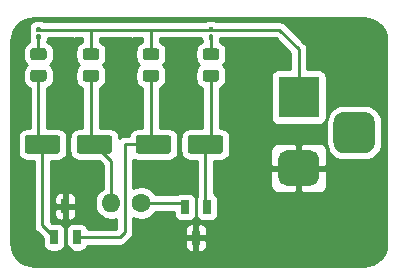
<source format=gbr>
%TF.GenerationSoftware,KiCad,Pcbnew,(5.1.10)-1*%
%TF.CreationDate,2021-09-02T17:40:54+03:00*%
%TF.ProjectId,Multivibrator,4d756c74-6976-4696-9272-61746f722e6b,rev?*%
%TF.SameCoordinates,Original*%
%TF.FileFunction,Copper,L1,Top*%
%TF.FilePolarity,Positive*%
%FSLAX46Y46*%
G04 Gerber Fmt 4.6, Leading zero omitted, Abs format (unit mm)*
G04 Created by KiCad (PCBNEW (5.1.10)-1) date 2021-09-02 17:40:54*
%MOMM*%
%LPD*%
G01*
G04 APERTURE LIST*
%TA.AperFunction,ComponentPad*%
%ADD10O,1.600000X1.600000*%
%TD*%
%TA.AperFunction,ComponentPad*%
%ADD11C,1.600000*%
%TD*%
%TA.AperFunction,SMDPad,CuDef*%
%ADD12R,0.650000X1.220000*%
%TD*%
%TA.AperFunction,ComponentPad*%
%ADD13R,3.500000X3.500000*%
%TD*%
%TA.AperFunction,Conductor*%
%ADD14C,0.250000*%
%TD*%
%TA.AperFunction,Conductor*%
%ADD15C,0.254000*%
%TD*%
%TA.AperFunction,Conductor*%
%ADD16C,0.100000*%
%TD*%
%TA.AperFunction,NonConductor*%
%ADD17C,0.254000*%
%TD*%
%TA.AperFunction,NonConductor*%
%ADD18C,0.100000*%
%TD*%
G04 APERTURE END LIST*
D10*
%TO.P,J3,2*%
%TO.N,Net-(C1-Pad2)*%
X145224500Y-70104000D03*
D11*
%TO.P,J3,1*%
%TO.N,Net-(J3-Pad1)*%
X147764500Y-70104000D03*
%TD*%
%TO.P,C2,2*%
%TO.N,Net-(C2-Pad2)*%
%TA.AperFunction,SMDPad,CuDef*%
G36*
G01*
X150303000Y-64601000D02*
X150303000Y-65701000D01*
G75*
G02*
X150053000Y-65951000I-250000J0D01*
G01*
X147553000Y-65951000D01*
G75*
G02*
X147303000Y-65701000I0J250000D01*
G01*
X147303000Y-64601000D01*
G75*
G02*
X147553000Y-64351000I250000J0D01*
G01*
X150053000Y-64351000D01*
G75*
G02*
X150303000Y-64601000I0J-250000D01*
G01*
G37*
%TD.AperFunction*%
%TO.P,C2,1*%
%TO.N,Net-(C2-Pad1)*%
%TA.AperFunction,SMDPad,CuDef*%
G36*
G01*
X154703000Y-64601000D02*
X154703000Y-65701000D01*
G75*
G02*
X154453000Y-65951000I-250000J0D01*
G01*
X151953000Y-65951000D01*
G75*
G02*
X151703000Y-65701000I0J250000D01*
G01*
X151703000Y-64601000D01*
G75*
G02*
X151953000Y-64351000I250000J0D01*
G01*
X154453000Y-64351000D01*
G75*
G02*
X154703000Y-64601000I0J-250000D01*
G01*
G37*
%TD.AperFunction*%
%TD*%
D12*
%TO.P,Q2,3*%
%TO.N,GND*%
X152400000Y-73065000D03*
%TO.P,Q2,2*%
%TO.N,Net-(J3-Pad1)*%
X151450000Y-70445000D03*
%TO.P,Q2,1*%
%TO.N,Net-(C2-Pad1)*%
X153350000Y-70445000D03*
%TD*%
%TO.P,Q1,3*%
%TO.N,GND*%
X141351000Y-70381500D03*
%TO.P,Q1,2*%
%TO.N,Net-(C2-Pad2)*%
X142301000Y-73001500D03*
%TO.P,Q1,1*%
%TO.N,Net-(C1-Pad1)*%
X140401000Y-73001500D03*
%TD*%
%TO.P,C1,2*%
%TO.N,Net-(C1-Pad2)*%
%TA.AperFunction,SMDPad,CuDef*%
G36*
G01*
X142305000Y-65701000D02*
X142305000Y-64601000D01*
G75*
G02*
X142555000Y-64351000I250000J0D01*
G01*
X145055000Y-64351000D01*
G75*
G02*
X145305000Y-64601000I0J-250000D01*
G01*
X145305000Y-65701000D01*
G75*
G02*
X145055000Y-65951000I-250000J0D01*
G01*
X142555000Y-65951000D01*
G75*
G02*
X142305000Y-65701000I0J250000D01*
G01*
G37*
%TD.AperFunction*%
%TO.P,C1,1*%
%TO.N,Net-(C1-Pad1)*%
%TA.AperFunction,SMDPad,CuDef*%
G36*
G01*
X137905000Y-65701000D02*
X137905000Y-64601000D01*
G75*
G02*
X138155000Y-64351000I250000J0D01*
G01*
X140655000Y-64351000D01*
G75*
G02*
X140905000Y-64601000I0J-250000D01*
G01*
X140905000Y-65701000D01*
G75*
G02*
X140655000Y-65951000I-250000J0D01*
G01*
X138155000Y-65951000D01*
G75*
G02*
X137905000Y-65701000I0J250000D01*
G01*
G37*
%TD.AperFunction*%
%TD*%
%TO.P,J1,3*%
%TO.N,N/C*%
%TA.AperFunction,ComponentPad*%
G36*
G01*
X166674500Y-65900500D02*
X164924500Y-65900500D01*
G75*
G02*
X164049500Y-65025500I0J875000D01*
G01*
X164049500Y-63275500D01*
G75*
G02*
X164924500Y-62400500I875000J0D01*
G01*
X166674500Y-62400500D01*
G75*
G02*
X167549500Y-63275500I0J-875000D01*
G01*
X167549500Y-65025500D01*
G75*
G02*
X166674500Y-65900500I-875000J0D01*
G01*
G37*
%TD.AperFunction*%
%TO.P,J1,2*%
%TO.N,GND*%
%TA.AperFunction,ComponentPad*%
G36*
G01*
X162099500Y-68650500D02*
X160099500Y-68650500D01*
G75*
G02*
X159349500Y-67900500I0J750000D01*
G01*
X159349500Y-66400500D01*
G75*
G02*
X160099500Y-65650500I750000J0D01*
G01*
X162099500Y-65650500D01*
G75*
G02*
X162849500Y-66400500I0J-750000D01*
G01*
X162849500Y-67900500D01*
G75*
G02*
X162099500Y-68650500I-750000J0D01*
G01*
G37*
%TD.AperFunction*%
D13*
%TO.P,J1,1*%
%TO.N,+5V*%
X161099500Y-61150500D03*
%TD*%
%TO.P,R4,2*%
%TO.N,Net-(C2-Pad1)*%
%TA.AperFunction,SMDPad,CuDef*%
G36*
G01*
X153219998Y-58820000D02*
X154120002Y-58820000D01*
G75*
G02*
X154370000Y-59069998I0J-249998D01*
G01*
X154370000Y-59595002D01*
G75*
G02*
X154120002Y-59845000I-249998J0D01*
G01*
X153219998Y-59845000D01*
G75*
G02*
X152970000Y-59595002I0J249998D01*
G01*
X152970000Y-59069998D01*
G75*
G02*
X153219998Y-58820000I249998J0D01*
G01*
G37*
%TD.AperFunction*%
%TO.P,R4,1*%
%TO.N,Net-(D2-Pad1)*%
%TA.AperFunction,SMDPad,CuDef*%
G36*
G01*
X153219998Y-56995000D02*
X154120002Y-56995000D01*
G75*
G02*
X154370000Y-57244998I0J-249998D01*
G01*
X154370000Y-57770002D01*
G75*
G02*
X154120002Y-58020000I-249998J0D01*
G01*
X153219998Y-58020000D01*
G75*
G02*
X152970000Y-57770002I0J249998D01*
G01*
X152970000Y-57244998D01*
G75*
G02*
X153219998Y-56995000I249998J0D01*
G01*
G37*
%TD.AperFunction*%
%TD*%
%TO.P,R5,2*%
%TO.N,Net-(C2-Pad2)*%
%TA.AperFunction,SMDPad,CuDef*%
G36*
G01*
X148139998Y-58820000D02*
X149040002Y-58820000D01*
G75*
G02*
X149290000Y-59069998I0J-249998D01*
G01*
X149290000Y-59595002D01*
G75*
G02*
X149040002Y-59845000I-249998J0D01*
G01*
X148139998Y-59845000D01*
G75*
G02*
X147890000Y-59595002I0J249998D01*
G01*
X147890000Y-59069998D01*
G75*
G02*
X148139998Y-58820000I249998J0D01*
G01*
G37*
%TD.AperFunction*%
%TO.P,R5,1*%
%TO.N,+5V*%
%TA.AperFunction,SMDPad,CuDef*%
G36*
G01*
X148139998Y-56995000D02*
X149040002Y-56995000D01*
G75*
G02*
X149290000Y-57244998I0J-249998D01*
G01*
X149290000Y-57770002D01*
G75*
G02*
X149040002Y-58020000I-249998J0D01*
G01*
X148139998Y-58020000D01*
G75*
G02*
X147890000Y-57770002I0J249998D01*
G01*
X147890000Y-57244998D01*
G75*
G02*
X148139998Y-56995000I249998J0D01*
G01*
G37*
%TD.AperFunction*%
%TD*%
%TO.P,R2,2*%
%TO.N,Net-(C1-Pad2)*%
%TA.AperFunction,SMDPad,CuDef*%
G36*
G01*
X143059998Y-58820000D02*
X143960002Y-58820000D01*
G75*
G02*
X144210000Y-59069998I0J-249998D01*
G01*
X144210000Y-59595002D01*
G75*
G02*
X143960002Y-59845000I-249998J0D01*
G01*
X143059998Y-59845000D01*
G75*
G02*
X142810000Y-59595002I0J249998D01*
G01*
X142810000Y-59069998D01*
G75*
G02*
X143059998Y-58820000I249998J0D01*
G01*
G37*
%TD.AperFunction*%
%TO.P,R2,1*%
%TO.N,+5V*%
%TA.AperFunction,SMDPad,CuDef*%
G36*
G01*
X143059998Y-56995000D02*
X143960002Y-56995000D01*
G75*
G02*
X144210000Y-57244998I0J-249998D01*
G01*
X144210000Y-57770002D01*
G75*
G02*
X143960002Y-58020000I-249998J0D01*
G01*
X143059998Y-58020000D01*
G75*
G02*
X142810000Y-57770002I0J249998D01*
G01*
X142810000Y-57244998D01*
G75*
G02*
X143059998Y-56995000I249998J0D01*
G01*
G37*
%TD.AperFunction*%
%TD*%
%TO.P,R1,2*%
%TO.N,Net-(C1-Pad1)*%
%TA.AperFunction,SMDPad,CuDef*%
G36*
G01*
X138614998Y-58820000D02*
X139515002Y-58820000D01*
G75*
G02*
X139765000Y-59069998I0J-249998D01*
G01*
X139765000Y-59595002D01*
G75*
G02*
X139515002Y-59845000I-249998J0D01*
G01*
X138614998Y-59845000D01*
G75*
G02*
X138365000Y-59595002I0J249998D01*
G01*
X138365000Y-59069998D01*
G75*
G02*
X138614998Y-58820000I249998J0D01*
G01*
G37*
%TD.AperFunction*%
%TO.P,R1,1*%
%TO.N,Net-(D1-Pad1)*%
%TA.AperFunction,SMDPad,CuDef*%
G36*
G01*
X138614998Y-56995000D02*
X139515002Y-56995000D01*
G75*
G02*
X139765000Y-57244998I0J-249998D01*
G01*
X139765000Y-57770002D01*
G75*
G02*
X139515002Y-58020000I-249998J0D01*
G01*
X138614998Y-58020000D01*
G75*
G02*
X138365000Y-57770002I0J249998D01*
G01*
X138365000Y-57244998D01*
G75*
G02*
X138614998Y-56995000I249998J0D01*
G01*
G37*
%TD.AperFunction*%
%TD*%
%TO.P,D2,2*%
%TO.N,+5V*%
%TA.AperFunction,SMDPad,CuDef*%
G36*
G01*
X153770000Y-55663000D02*
X153570000Y-55663000D01*
G75*
G02*
X153470000Y-55563000I0J100000D01*
G01*
X153470000Y-55303000D01*
G75*
G02*
X153570000Y-55203000I100000J0D01*
G01*
X153770000Y-55203000D01*
G75*
G02*
X153870000Y-55303000I0J-100000D01*
G01*
X153870000Y-55563000D01*
G75*
G02*
X153770000Y-55663000I-100000J0D01*
G01*
G37*
%TD.AperFunction*%
%TO.P,D2,1*%
%TO.N,Net-(D2-Pad1)*%
%TA.AperFunction,SMDPad,CuDef*%
G36*
G01*
X153770000Y-56303000D02*
X153570000Y-56303000D01*
G75*
G02*
X153470000Y-56203000I0J100000D01*
G01*
X153470000Y-55943000D01*
G75*
G02*
X153570000Y-55843000I100000J0D01*
G01*
X153770000Y-55843000D01*
G75*
G02*
X153870000Y-55943000I0J-100000D01*
G01*
X153870000Y-56203000D01*
G75*
G02*
X153770000Y-56303000I-100000J0D01*
G01*
G37*
%TD.AperFunction*%
%TD*%
%TO.P,D1,2*%
%TO.N,+5V*%
%TA.AperFunction,SMDPad,CuDef*%
G36*
G01*
X139165000Y-55663000D02*
X138965000Y-55663000D01*
G75*
G02*
X138865000Y-55563000I0J100000D01*
G01*
X138865000Y-55303000D01*
G75*
G02*
X138965000Y-55203000I100000J0D01*
G01*
X139165000Y-55203000D01*
G75*
G02*
X139265000Y-55303000I0J-100000D01*
G01*
X139265000Y-55563000D01*
G75*
G02*
X139165000Y-55663000I-100000J0D01*
G01*
G37*
%TD.AperFunction*%
%TO.P,D1,1*%
%TO.N,Net-(D1-Pad1)*%
%TA.AperFunction,SMDPad,CuDef*%
G36*
G01*
X139165000Y-56303000D02*
X138965000Y-56303000D01*
G75*
G02*
X138865000Y-56203000I0J100000D01*
G01*
X138865000Y-55943000D01*
G75*
G02*
X138965000Y-55843000I100000J0D01*
G01*
X139165000Y-55843000D01*
G75*
G02*
X139265000Y-55943000I0J-100000D01*
G01*
X139265000Y-56203000D01*
G75*
G02*
X139165000Y-56303000I-100000J0D01*
G01*
G37*
%TD.AperFunction*%
%TD*%
D14*
%TO.N,Net-(C1-Pad2)*%
X143510000Y-64856000D02*
X143805000Y-65151000D01*
X143510000Y-59332500D02*
X143510000Y-64856000D01*
X145224500Y-66570500D02*
X143805000Y-65151000D01*
X145224500Y-70104000D02*
X145224500Y-66570500D01*
%TO.N,Net-(C1-Pad1)*%
X139065000Y-64811000D02*
X139405000Y-65151000D01*
X139065000Y-59332500D02*
X139065000Y-64811000D01*
X139405000Y-72005500D02*
X140401000Y-73001500D01*
X139405000Y-65151000D02*
X139405000Y-72005500D01*
%TO.N,Net-(C2-Pad2)*%
X148590000Y-64938000D02*
X148803000Y-65151000D01*
X148590000Y-59332500D02*
X148590000Y-64938000D01*
X148803000Y-65151000D02*
X146367500Y-65151000D01*
X146367500Y-65151000D02*
X146367500Y-72580500D01*
X145946500Y-73001500D02*
X142301000Y-73001500D01*
X146367500Y-72580500D02*
X145946500Y-73001500D01*
%TO.N,Net-(C2-Pad1)*%
X153670000Y-64684000D02*
X153203000Y-65151000D01*
X153670000Y-59332500D02*
X153670000Y-64684000D01*
X153203000Y-70298000D02*
X153350000Y-70445000D01*
X153203000Y-65151000D02*
X153203000Y-70298000D01*
%TO.N,+5V*%
X146981332Y-55451668D02*
X147000000Y-55433000D01*
X148590000Y-57507500D02*
X148590000Y-55451668D01*
X142047000Y-55433000D02*
X147000000Y-55433000D01*
X142070666Y-55456666D02*
X142047000Y-55433000D01*
X143510000Y-57507500D02*
X143510000Y-55456666D01*
X139065000Y-55433000D02*
X142047000Y-55433000D01*
X161099500Y-57086500D02*
X161099500Y-61150500D01*
X159446000Y-55433000D02*
X161099500Y-57086500D01*
X147000000Y-55433000D02*
X159446000Y-55433000D01*
%TO.N,Net-(D1-Pad1)*%
X139065000Y-57507500D02*
X139065000Y-56073000D01*
%TO.N,Net-(D2-Pad1)*%
X153670000Y-57507500D02*
X153670000Y-56073000D01*
%TO.N,GND*%
X152400000Y-74930000D02*
X152400000Y-73065000D01*
X141351000Y-73571502D02*
X141351000Y-70381500D01*
X142645998Y-74866500D02*
X141351000Y-73571502D01*
X148526500Y-74866500D02*
X142645998Y-74866500D01*
X148590000Y-74930000D02*
X148526500Y-74866500D01*
X152400000Y-74930000D02*
X148590000Y-74930000D01*
X161099500Y-73406000D02*
X161099500Y-67150500D01*
X159575500Y-74930000D02*
X161099500Y-73406000D01*
X152400000Y-74930000D02*
X159575500Y-74930000D01*
%TO.N,Net-(J3-Pad1)*%
X151109000Y-70104000D02*
X151450000Y-70445000D01*
X147764500Y-70104000D02*
X151109000Y-70104000D01*
%TD*%
D15*
%TO.N,GND*%
X166994012Y-54519311D02*
X167349926Y-54626768D01*
X167678193Y-54801310D01*
X167966306Y-55036289D01*
X168203289Y-55322753D01*
X168380121Y-55649795D01*
X168490060Y-56004953D01*
X168532001Y-56403991D01*
X168532000Y-73502086D01*
X168492689Y-73903012D01*
X168385232Y-74258928D01*
X168210690Y-74587193D01*
X167975709Y-74875308D01*
X167689247Y-75112289D01*
X167362204Y-75289121D01*
X167007047Y-75399060D01*
X166608019Y-75441000D01*
X138714914Y-75441000D01*
X138313988Y-75401689D01*
X137958072Y-75294232D01*
X137629807Y-75119690D01*
X137341692Y-74884709D01*
X137104711Y-74598247D01*
X136927879Y-74271204D01*
X136817940Y-73916047D01*
X136776000Y-73517019D01*
X136776000Y-64601000D01*
X137295063Y-64601000D01*
X137295063Y-65701000D01*
X137311586Y-65868765D01*
X137360522Y-66030084D01*
X137439989Y-66178755D01*
X137546933Y-66309067D01*
X137677245Y-66416011D01*
X137825916Y-66495478D01*
X137987235Y-66544414D01*
X138155000Y-66560937D01*
X138673000Y-66560937D01*
X138673001Y-71969545D01*
X138669460Y-72005500D01*
X138683592Y-72148996D01*
X138725450Y-72286979D01*
X138780473Y-72389920D01*
X138793421Y-72414145D01*
X138884895Y-72525606D01*
X138912823Y-72548526D01*
X139466063Y-73101767D01*
X139466063Y-73611500D01*
X139477783Y-73730493D01*
X139512492Y-73844913D01*
X139568856Y-73950363D01*
X139644709Y-74042791D01*
X139737137Y-74118644D01*
X139842587Y-74175008D01*
X139957007Y-74209717D01*
X140076000Y-74221437D01*
X140726000Y-74221437D01*
X140844993Y-74209717D01*
X140959413Y-74175008D01*
X141064863Y-74118644D01*
X141157291Y-74042791D01*
X141233144Y-73950363D01*
X141289508Y-73844913D01*
X141324217Y-73730493D01*
X141335937Y-73611500D01*
X141335937Y-72391500D01*
X141324217Y-72272507D01*
X141289508Y-72158087D01*
X141233144Y-72052637D01*
X141157291Y-71960209D01*
X141064863Y-71884356D01*
X140959413Y-71827992D01*
X140844993Y-71793283D01*
X140726000Y-71781563D01*
X140216266Y-71781563D01*
X140137000Y-71702297D01*
X140137000Y-70991500D01*
X140387928Y-70991500D01*
X140400188Y-71115982D01*
X140436498Y-71235680D01*
X140495463Y-71345994D01*
X140574815Y-71442685D01*
X140671506Y-71522037D01*
X140781820Y-71581002D01*
X140901518Y-71617312D01*
X141026000Y-71629572D01*
X141065250Y-71626500D01*
X141224000Y-71467750D01*
X141224000Y-70508500D01*
X141478000Y-70508500D01*
X141478000Y-71467750D01*
X141636750Y-71626500D01*
X141676000Y-71629572D01*
X141800482Y-71617312D01*
X141920180Y-71581002D01*
X142030494Y-71522037D01*
X142127185Y-71442685D01*
X142206537Y-71345994D01*
X142265502Y-71235680D01*
X142301812Y-71115982D01*
X142314072Y-70991500D01*
X142311000Y-70667250D01*
X142152250Y-70508500D01*
X141478000Y-70508500D01*
X141224000Y-70508500D01*
X140549750Y-70508500D01*
X140391000Y-70667250D01*
X140387928Y-70991500D01*
X140137000Y-70991500D01*
X140137000Y-69771500D01*
X140387928Y-69771500D01*
X140391000Y-70095750D01*
X140549750Y-70254500D01*
X141224000Y-70254500D01*
X141224000Y-69295250D01*
X141478000Y-69295250D01*
X141478000Y-70254500D01*
X142152250Y-70254500D01*
X142311000Y-70095750D01*
X142314072Y-69771500D01*
X142301812Y-69647018D01*
X142265502Y-69527320D01*
X142206537Y-69417006D01*
X142127185Y-69320315D01*
X142030494Y-69240963D01*
X141920180Y-69181998D01*
X141800482Y-69145688D01*
X141676000Y-69133428D01*
X141636750Y-69136500D01*
X141478000Y-69295250D01*
X141224000Y-69295250D01*
X141065250Y-69136500D01*
X141026000Y-69133428D01*
X140901518Y-69145688D01*
X140781820Y-69181998D01*
X140671506Y-69240963D01*
X140574815Y-69320315D01*
X140495463Y-69417006D01*
X140436498Y-69527320D01*
X140400188Y-69647018D01*
X140387928Y-69771500D01*
X140137000Y-69771500D01*
X140137000Y-66560937D01*
X140655000Y-66560937D01*
X140822765Y-66544414D01*
X140984084Y-66495478D01*
X141132755Y-66416011D01*
X141263067Y-66309067D01*
X141370011Y-66178755D01*
X141449478Y-66030084D01*
X141498414Y-65868765D01*
X141514937Y-65701000D01*
X141514937Y-64601000D01*
X141498414Y-64433235D01*
X141449478Y-64271916D01*
X141370011Y-64123245D01*
X141263067Y-63992933D01*
X141132755Y-63885989D01*
X140984084Y-63806522D01*
X140822765Y-63757586D01*
X140655000Y-63741063D01*
X139797000Y-63741063D01*
X139797000Y-60403761D01*
X139844085Y-60389478D01*
X139992756Y-60310012D01*
X140123068Y-60203068D01*
X140230012Y-60072756D01*
X140309478Y-59924085D01*
X140358414Y-59762767D01*
X140374937Y-59595002D01*
X140374937Y-59069998D01*
X140358414Y-58902233D01*
X140309478Y-58740915D01*
X140230012Y-58592244D01*
X140123068Y-58461932D01*
X140071974Y-58420000D01*
X140123068Y-58378068D01*
X140230012Y-58247756D01*
X140309478Y-58099085D01*
X140358414Y-57937767D01*
X140374937Y-57770002D01*
X140374937Y-57244998D01*
X140358414Y-57077233D01*
X140309478Y-56915915D01*
X140230012Y-56767244D01*
X140123068Y-56636932D01*
X139992756Y-56529988D01*
X139844085Y-56450522D01*
X139829561Y-56446116D01*
X139861296Y-56341502D01*
X139874937Y-56203000D01*
X139874937Y-56165000D01*
X141884072Y-56165000D01*
X141927170Y-56178074D01*
X142070666Y-56192207D01*
X142214162Y-56178074D01*
X142257260Y-56165000D01*
X142778001Y-56165000D01*
X142778001Y-56436239D01*
X142730915Y-56450522D01*
X142582244Y-56529988D01*
X142451932Y-56636932D01*
X142344988Y-56767244D01*
X142265522Y-56915915D01*
X142216586Y-57077233D01*
X142200063Y-57244998D01*
X142200063Y-57770002D01*
X142216586Y-57937767D01*
X142265522Y-58099085D01*
X142344988Y-58247756D01*
X142451932Y-58378068D01*
X142503026Y-58420000D01*
X142451932Y-58461932D01*
X142344988Y-58592244D01*
X142265522Y-58740915D01*
X142216586Y-58902233D01*
X142200063Y-59069998D01*
X142200063Y-59595002D01*
X142216586Y-59762767D01*
X142265522Y-59924085D01*
X142344988Y-60072756D01*
X142451932Y-60203068D01*
X142582244Y-60310012D01*
X142730915Y-60389478D01*
X142778000Y-60403761D01*
X142778001Y-63741063D01*
X142555000Y-63741063D01*
X142387235Y-63757586D01*
X142225916Y-63806522D01*
X142077245Y-63885989D01*
X141946933Y-63992933D01*
X141839989Y-64123245D01*
X141760522Y-64271916D01*
X141711586Y-64433235D01*
X141695063Y-64601000D01*
X141695063Y-65701000D01*
X141711586Y-65868765D01*
X141760522Y-66030084D01*
X141839989Y-66178755D01*
X141946933Y-66309067D01*
X142077245Y-66416011D01*
X142225916Y-66495478D01*
X142387235Y-66544414D01*
X142555000Y-66560937D01*
X144179733Y-66560937D01*
X144492501Y-66873705D01*
X144492500Y-68900922D01*
X144327590Y-69011112D01*
X144131612Y-69207090D01*
X143977633Y-69437536D01*
X143871570Y-69693593D01*
X143817500Y-69965423D01*
X143817500Y-70242577D01*
X143871570Y-70514407D01*
X143977633Y-70770464D01*
X144131612Y-71000910D01*
X144327590Y-71196888D01*
X144558036Y-71350867D01*
X144814093Y-71456930D01*
X145085923Y-71511000D01*
X145363077Y-71511000D01*
X145634907Y-71456930D01*
X145635501Y-71456684D01*
X145635501Y-72269500D01*
X143223305Y-72269500D01*
X143189508Y-72158087D01*
X143133144Y-72052637D01*
X143057291Y-71960209D01*
X142964863Y-71884356D01*
X142859413Y-71827992D01*
X142744993Y-71793283D01*
X142626000Y-71781563D01*
X141976000Y-71781563D01*
X141857007Y-71793283D01*
X141742587Y-71827992D01*
X141637137Y-71884356D01*
X141544709Y-71960209D01*
X141468856Y-72052637D01*
X141412492Y-72158087D01*
X141377783Y-72272507D01*
X141366063Y-72391500D01*
X141366063Y-73611500D01*
X141377783Y-73730493D01*
X141412492Y-73844913D01*
X141468856Y-73950363D01*
X141544709Y-74042791D01*
X141637137Y-74118644D01*
X141742587Y-74175008D01*
X141857007Y-74209717D01*
X141976000Y-74221437D01*
X142626000Y-74221437D01*
X142744993Y-74209717D01*
X142859413Y-74175008D01*
X142964863Y-74118644D01*
X143057291Y-74042791D01*
X143133144Y-73950363D01*
X143189508Y-73844913D01*
X143223305Y-73733500D01*
X145910555Y-73733500D01*
X145946500Y-73737040D01*
X145982445Y-73733500D01*
X145982453Y-73733500D01*
X146089997Y-73722908D01*
X146227979Y-73681051D01*
X146239299Y-73675000D01*
X151436928Y-73675000D01*
X151449188Y-73799482D01*
X151485498Y-73919180D01*
X151544463Y-74029494D01*
X151623815Y-74126185D01*
X151720506Y-74205537D01*
X151830820Y-74264502D01*
X151950518Y-74300812D01*
X152075000Y-74313072D01*
X152114250Y-74310000D01*
X152273000Y-74151250D01*
X152273000Y-73192000D01*
X152527000Y-73192000D01*
X152527000Y-74151250D01*
X152685750Y-74310000D01*
X152725000Y-74313072D01*
X152849482Y-74300812D01*
X152969180Y-74264502D01*
X153079494Y-74205537D01*
X153176185Y-74126185D01*
X153255537Y-74029494D01*
X153314502Y-73919180D01*
X153350812Y-73799482D01*
X153363072Y-73675000D01*
X153360000Y-73350750D01*
X153201250Y-73192000D01*
X152527000Y-73192000D01*
X152273000Y-73192000D01*
X151598750Y-73192000D01*
X151440000Y-73350750D01*
X151436928Y-73675000D01*
X146239299Y-73675000D01*
X146355145Y-73613080D01*
X146466606Y-73521606D01*
X146489531Y-73493672D01*
X146859672Y-73123531D01*
X146887606Y-73100606D01*
X146979080Y-72989145D01*
X147047051Y-72861979D01*
X147088908Y-72723997D01*
X147099500Y-72616453D01*
X147103041Y-72580500D01*
X147099500Y-72544547D01*
X147099500Y-72455000D01*
X151436928Y-72455000D01*
X151440000Y-72779250D01*
X151598750Y-72938000D01*
X152273000Y-72938000D01*
X152273000Y-71978750D01*
X152527000Y-71978750D01*
X152527000Y-72938000D01*
X153201250Y-72938000D01*
X153360000Y-72779250D01*
X153363072Y-72455000D01*
X153350812Y-72330518D01*
X153314502Y-72210820D01*
X153255537Y-72100506D01*
X153176185Y-72003815D01*
X153079494Y-71924463D01*
X152969180Y-71865498D01*
X152849482Y-71829188D01*
X152725000Y-71816928D01*
X152685750Y-71820000D01*
X152527000Y-71978750D01*
X152273000Y-71978750D01*
X152114250Y-71820000D01*
X152075000Y-71816928D01*
X151950518Y-71829188D01*
X151830820Y-71865498D01*
X151720506Y-71924463D01*
X151623815Y-72003815D01*
X151544463Y-72100506D01*
X151485498Y-72210820D01*
X151449188Y-72330518D01*
X151436928Y-72455000D01*
X147099500Y-72455000D01*
X147099500Y-71351473D01*
X147354093Y-71456930D01*
X147625923Y-71511000D01*
X147903077Y-71511000D01*
X148174907Y-71456930D01*
X148430964Y-71350867D01*
X148661410Y-71196888D01*
X148857388Y-71000910D01*
X148967577Y-70836000D01*
X150515063Y-70836000D01*
X150515063Y-71055000D01*
X150526783Y-71173993D01*
X150561492Y-71288413D01*
X150617856Y-71393863D01*
X150693709Y-71486291D01*
X150786137Y-71562144D01*
X150891587Y-71618508D01*
X151006007Y-71653217D01*
X151125000Y-71664937D01*
X151775000Y-71664937D01*
X151893993Y-71653217D01*
X152008413Y-71618508D01*
X152113863Y-71562144D01*
X152206291Y-71486291D01*
X152282144Y-71393863D01*
X152338508Y-71288413D01*
X152373217Y-71173993D01*
X152384937Y-71055000D01*
X152384937Y-69835000D01*
X152373217Y-69716007D01*
X152338508Y-69601587D01*
X152282144Y-69496137D01*
X152206291Y-69403709D01*
X152113863Y-69327856D01*
X152008413Y-69271492D01*
X151893993Y-69236783D01*
X151775000Y-69225063D01*
X151125000Y-69225063D01*
X151006007Y-69236783D01*
X150891587Y-69271492D01*
X150786137Y-69327856D01*
X150732347Y-69372000D01*
X148967577Y-69372000D01*
X148857388Y-69207090D01*
X148661410Y-69011112D01*
X148430964Y-68857133D01*
X148174907Y-68751070D01*
X147903077Y-68697000D01*
X147625923Y-68697000D01*
X147354093Y-68751070D01*
X147099500Y-68856527D01*
X147099500Y-66428976D01*
X147223916Y-66495478D01*
X147385235Y-66544414D01*
X147553000Y-66560937D01*
X150053000Y-66560937D01*
X150220765Y-66544414D01*
X150382084Y-66495478D01*
X150530755Y-66416011D01*
X150661067Y-66309067D01*
X150768011Y-66178755D01*
X150847478Y-66030084D01*
X150896414Y-65868765D01*
X150912937Y-65701000D01*
X150912937Y-64601000D01*
X150896414Y-64433235D01*
X150847478Y-64271916D01*
X150768011Y-64123245D01*
X150661067Y-63992933D01*
X150530755Y-63885989D01*
X150382084Y-63806522D01*
X150220765Y-63757586D01*
X150053000Y-63741063D01*
X149322000Y-63741063D01*
X149322000Y-60403761D01*
X149369085Y-60389478D01*
X149517756Y-60310012D01*
X149648068Y-60203068D01*
X149755012Y-60072756D01*
X149834478Y-59924085D01*
X149883414Y-59762767D01*
X149899937Y-59595002D01*
X149899937Y-59069998D01*
X149883414Y-58902233D01*
X149834478Y-58740915D01*
X149755012Y-58592244D01*
X149648068Y-58461932D01*
X149596974Y-58420000D01*
X149648068Y-58378068D01*
X149755012Y-58247756D01*
X149834478Y-58099085D01*
X149883414Y-57937767D01*
X149899937Y-57770002D01*
X149899937Y-57244998D01*
X149883414Y-57077233D01*
X149834478Y-56915915D01*
X149755012Y-56767244D01*
X149648068Y-56636932D01*
X149517756Y-56529988D01*
X149369085Y-56450522D01*
X149322000Y-56436239D01*
X149322000Y-56165000D01*
X152860063Y-56165000D01*
X152860063Y-56203000D01*
X152873704Y-56341502D01*
X152905439Y-56446116D01*
X152890915Y-56450522D01*
X152742244Y-56529988D01*
X152611932Y-56636932D01*
X152504988Y-56767244D01*
X152425522Y-56915915D01*
X152376586Y-57077233D01*
X152360063Y-57244998D01*
X152360063Y-57770002D01*
X152376586Y-57937767D01*
X152425522Y-58099085D01*
X152504988Y-58247756D01*
X152611932Y-58378068D01*
X152663026Y-58420000D01*
X152611932Y-58461932D01*
X152504988Y-58592244D01*
X152425522Y-58740915D01*
X152376586Y-58902233D01*
X152360063Y-59069998D01*
X152360063Y-59595002D01*
X152376586Y-59762767D01*
X152425522Y-59924085D01*
X152504988Y-60072756D01*
X152611932Y-60203068D01*
X152742244Y-60310012D01*
X152890915Y-60389478D01*
X152938000Y-60403761D01*
X152938001Y-63741063D01*
X151953000Y-63741063D01*
X151785235Y-63757586D01*
X151623916Y-63806522D01*
X151475245Y-63885989D01*
X151344933Y-63992933D01*
X151237989Y-64123245D01*
X151158522Y-64271916D01*
X151109586Y-64433235D01*
X151093063Y-64601000D01*
X151093063Y-65701000D01*
X151109586Y-65868765D01*
X151158522Y-66030084D01*
X151237989Y-66178755D01*
X151344933Y-66309067D01*
X151475245Y-66416011D01*
X151623916Y-66495478D01*
X151785235Y-66544414D01*
X151953000Y-66560937D01*
X152471000Y-66560937D01*
X152471001Y-69583797D01*
X152461492Y-69601587D01*
X152426783Y-69716007D01*
X152415063Y-69835000D01*
X152415063Y-71055000D01*
X152426783Y-71173993D01*
X152461492Y-71288413D01*
X152517856Y-71393863D01*
X152593709Y-71486291D01*
X152686137Y-71562144D01*
X152791587Y-71618508D01*
X152906007Y-71653217D01*
X153025000Y-71664937D01*
X153675000Y-71664937D01*
X153793993Y-71653217D01*
X153908413Y-71618508D01*
X154013863Y-71562144D01*
X154106291Y-71486291D01*
X154182144Y-71393863D01*
X154238508Y-71288413D01*
X154273217Y-71173993D01*
X154284937Y-71055000D01*
X154284937Y-69835000D01*
X154273217Y-69716007D01*
X154238508Y-69601587D01*
X154182144Y-69496137D01*
X154106291Y-69403709D01*
X154013863Y-69327856D01*
X153935000Y-69285703D01*
X153935000Y-68650500D01*
X158711428Y-68650500D01*
X158723688Y-68774982D01*
X158759998Y-68894680D01*
X158818963Y-69004994D01*
X158898315Y-69101685D01*
X158995006Y-69181037D01*
X159105320Y-69240002D01*
X159225018Y-69276312D01*
X159349500Y-69288572D01*
X160813750Y-69285500D01*
X160972500Y-69126750D01*
X160972500Y-67277500D01*
X161226500Y-67277500D01*
X161226500Y-69126750D01*
X161385250Y-69285500D01*
X162849500Y-69288572D01*
X162973982Y-69276312D01*
X163093680Y-69240002D01*
X163203994Y-69181037D01*
X163300685Y-69101685D01*
X163380037Y-69004994D01*
X163439002Y-68894680D01*
X163475312Y-68774982D01*
X163487572Y-68650500D01*
X163484500Y-67436250D01*
X163325750Y-67277500D01*
X161226500Y-67277500D01*
X160972500Y-67277500D01*
X158873250Y-67277500D01*
X158714500Y-67436250D01*
X158711428Y-68650500D01*
X153935000Y-68650500D01*
X153935000Y-66560937D01*
X154453000Y-66560937D01*
X154620765Y-66544414D01*
X154782084Y-66495478D01*
X154930755Y-66416011D01*
X155061067Y-66309067D01*
X155168011Y-66178755D01*
X155247478Y-66030084D01*
X155296414Y-65868765D01*
X155312937Y-65701000D01*
X155312937Y-65650500D01*
X158711428Y-65650500D01*
X158714500Y-66864750D01*
X158873250Y-67023500D01*
X160972500Y-67023500D01*
X160972500Y-65174250D01*
X161226500Y-65174250D01*
X161226500Y-67023500D01*
X163325750Y-67023500D01*
X163484500Y-66864750D01*
X163487572Y-65650500D01*
X163475312Y-65526018D01*
X163439002Y-65406320D01*
X163380037Y-65296006D01*
X163300685Y-65199315D01*
X163203994Y-65119963D01*
X163093680Y-65060998D01*
X162973982Y-65024688D01*
X162849500Y-65012428D01*
X161385250Y-65015500D01*
X161226500Y-65174250D01*
X160972500Y-65174250D01*
X160813750Y-65015500D01*
X159349500Y-65012428D01*
X159225018Y-65024688D01*
X159105320Y-65060998D01*
X158995006Y-65119963D01*
X158898315Y-65199315D01*
X158818963Y-65296006D01*
X158759998Y-65406320D01*
X158723688Y-65526018D01*
X158711428Y-65650500D01*
X155312937Y-65650500D01*
X155312937Y-64601000D01*
X155296414Y-64433235D01*
X155247478Y-64271916D01*
X155168011Y-64123245D01*
X155061067Y-63992933D01*
X154930755Y-63885989D01*
X154782084Y-63806522D01*
X154620765Y-63757586D01*
X154453000Y-63741063D01*
X154402000Y-63741063D01*
X154402000Y-60403761D01*
X154449085Y-60389478D01*
X154597756Y-60310012D01*
X154728068Y-60203068D01*
X154835012Y-60072756D01*
X154914478Y-59924085D01*
X154963414Y-59762767D01*
X154979937Y-59595002D01*
X154979937Y-59069998D01*
X154963414Y-58902233D01*
X154914478Y-58740915D01*
X154835012Y-58592244D01*
X154728068Y-58461932D01*
X154676974Y-58420000D01*
X154728068Y-58378068D01*
X154835012Y-58247756D01*
X154914478Y-58099085D01*
X154963414Y-57937767D01*
X154979937Y-57770002D01*
X154979937Y-57244998D01*
X154963414Y-57077233D01*
X154914478Y-56915915D01*
X154835012Y-56767244D01*
X154728068Y-56636932D01*
X154597756Y-56529988D01*
X154449085Y-56450522D01*
X154434561Y-56446116D01*
X154466296Y-56341502D01*
X154479937Y-56203000D01*
X154479937Y-56165000D01*
X159142797Y-56165000D01*
X160367500Y-57389704D01*
X160367500Y-58790563D01*
X159349500Y-58790563D01*
X159230507Y-58802283D01*
X159116087Y-58836992D01*
X159010637Y-58893356D01*
X158918209Y-58969209D01*
X158842356Y-59061637D01*
X158785992Y-59167087D01*
X158751283Y-59281507D01*
X158739563Y-59400500D01*
X158739563Y-62900500D01*
X158751283Y-63019493D01*
X158785992Y-63133913D01*
X158842356Y-63239363D01*
X158918209Y-63331791D01*
X159010637Y-63407644D01*
X159116087Y-63464008D01*
X159230507Y-63498717D01*
X159349500Y-63510437D01*
X162849500Y-63510437D01*
X162968493Y-63498717D01*
X163082913Y-63464008D01*
X163188363Y-63407644D01*
X163280791Y-63331791D01*
X163326987Y-63275500D01*
X163439563Y-63275500D01*
X163439563Y-65025500D01*
X163468096Y-65315197D01*
X163552597Y-65593761D01*
X163689820Y-65850487D01*
X163874491Y-66075509D01*
X164099513Y-66260180D01*
X164356239Y-66397403D01*
X164634803Y-66481904D01*
X164924500Y-66510437D01*
X166674500Y-66510437D01*
X166964197Y-66481904D01*
X167242761Y-66397403D01*
X167499487Y-66260180D01*
X167724509Y-66075509D01*
X167909180Y-65850487D01*
X168046403Y-65593761D01*
X168130904Y-65315197D01*
X168159437Y-65025500D01*
X168159437Y-63275500D01*
X168130904Y-62985803D01*
X168046403Y-62707239D01*
X167909180Y-62450513D01*
X167724509Y-62225491D01*
X167499487Y-62040820D01*
X167242761Y-61903597D01*
X166964197Y-61819096D01*
X166674500Y-61790563D01*
X164924500Y-61790563D01*
X164634803Y-61819096D01*
X164356239Y-61903597D01*
X164099513Y-62040820D01*
X163874491Y-62225491D01*
X163689820Y-62450513D01*
X163552597Y-62707239D01*
X163468096Y-62985803D01*
X163439563Y-63275500D01*
X163326987Y-63275500D01*
X163356644Y-63239363D01*
X163413008Y-63133913D01*
X163447717Y-63019493D01*
X163459437Y-62900500D01*
X163459437Y-59400500D01*
X163447717Y-59281507D01*
X163413008Y-59167087D01*
X163356644Y-59061637D01*
X163280791Y-58969209D01*
X163188363Y-58893356D01*
X163082913Y-58836992D01*
X162968493Y-58802283D01*
X162849500Y-58790563D01*
X161831500Y-58790563D01*
X161831500Y-57122442D01*
X161835040Y-57086499D01*
X161831500Y-57050556D01*
X161831500Y-57050547D01*
X161820908Y-56943003D01*
X161779051Y-56805021D01*
X161711080Y-56677855D01*
X161677495Y-56636932D01*
X161642524Y-56594320D01*
X161642522Y-56594318D01*
X161619605Y-56566394D01*
X161591682Y-56543478D01*
X159989030Y-54940827D01*
X159966106Y-54912894D01*
X159854645Y-54821420D01*
X159727479Y-54753449D01*
X159589497Y-54711592D01*
X159481953Y-54701000D01*
X159481945Y-54701000D01*
X159446000Y-54697460D01*
X159410055Y-54701000D01*
X154142514Y-54701000D01*
X154041681Y-54647104D01*
X153908502Y-54606704D01*
X153770000Y-54593063D01*
X153570000Y-54593063D01*
X153431498Y-54606704D01*
X153298319Y-54647104D01*
X153197486Y-54701000D01*
X147035953Y-54701000D01*
X147000000Y-54697459D01*
X146964047Y-54701000D01*
X142082945Y-54701000D01*
X142047000Y-54697460D01*
X142011055Y-54701000D01*
X139537514Y-54701000D01*
X139436681Y-54647104D01*
X139303502Y-54606704D01*
X139165000Y-54593063D01*
X138965000Y-54593063D01*
X138826498Y-54606704D01*
X138693319Y-54647104D01*
X138570580Y-54712709D01*
X138462999Y-54800999D01*
X138374709Y-54908580D01*
X138309104Y-55031319D01*
X138268704Y-55164498D01*
X138255063Y-55303000D01*
X138255063Y-55563000D01*
X138268704Y-55701502D01*
X138284326Y-55753000D01*
X138268704Y-55804498D01*
X138255063Y-55943000D01*
X138255063Y-56203000D01*
X138268704Y-56341502D01*
X138300439Y-56446116D01*
X138285915Y-56450522D01*
X138137244Y-56529988D01*
X138006932Y-56636932D01*
X137899988Y-56767244D01*
X137820522Y-56915915D01*
X137771586Y-57077233D01*
X137755063Y-57244998D01*
X137755063Y-57770002D01*
X137771586Y-57937767D01*
X137820522Y-58099085D01*
X137899988Y-58247756D01*
X138006932Y-58378068D01*
X138058026Y-58420000D01*
X138006932Y-58461932D01*
X137899988Y-58592244D01*
X137820522Y-58740915D01*
X137771586Y-58902233D01*
X137755063Y-59069998D01*
X137755063Y-59595002D01*
X137771586Y-59762767D01*
X137820522Y-59924085D01*
X137899988Y-60072756D01*
X138006932Y-60203068D01*
X138137244Y-60310012D01*
X138285915Y-60389478D01*
X138333000Y-60403761D01*
X138333001Y-63741063D01*
X138155000Y-63741063D01*
X137987235Y-63757586D01*
X137825916Y-63806522D01*
X137677245Y-63885989D01*
X137546933Y-63992933D01*
X137439989Y-64123245D01*
X137360522Y-64271916D01*
X137311586Y-64433235D01*
X137295063Y-64601000D01*
X136776000Y-64601000D01*
X136776000Y-56418913D01*
X136815311Y-56017988D01*
X136922768Y-55662074D01*
X137097310Y-55333807D01*
X137332289Y-55045694D01*
X137618753Y-54808711D01*
X137945795Y-54631879D01*
X138300953Y-54521940D01*
X138699981Y-54480000D01*
X166593087Y-54480000D01*
X166994012Y-54519311D01*
%TA.AperFunction,Conductor*%
D16*
G36*
X166994012Y-54519311D02*
G01*
X167349926Y-54626768D01*
X167678193Y-54801310D01*
X167966306Y-55036289D01*
X168203289Y-55322753D01*
X168380121Y-55649795D01*
X168490060Y-56004953D01*
X168532001Y-56403991D01*
X168532000Y-73502086D01*
X168492689Y-73903012D01*
X168385232Y-74258928D01*
X168210690Y-74587193D01*
X167975709Y-74875308D01*
X167689247Y-75112289D01*
X167362204Y-75289121D01*
X167007047Y-75399060D01*
X166608019Y-75441000D01*
X138714914Y-75441000D01*
X138313988Y-75401689D01*
X137958072Y-75294232D01*
X137629807Y-75119690D01*
X137341692Y-74884709D01*
X137104711Y-74598247D01*
X136927879Y-74271204D01*
X136817940Y-73916047D01*
X136776000Y-73517019D01*
X136776000Y-64601000D01*
X137295063Y-64601000D01*
X137295063Y-65701000D01*
X137311586Y-65868765D01*
X137360522Y-66030084D01*
X137439989Y-66178755D01*
X137546933Y-66309067D01*
X137677245Y-66416011D01*
X137825916Y-66495478D01*
X137987235Y-66544414D01*
X138155000Y-66560937D01*
X138673000Y-66560937D01*
X138673001Y-71969545D01*
X138669460Y-72005500D01*
X138683592Y-72148996D01*
X138725450Y-72286979D01*
X138780473Y-72389920D01*
X138793421Y-72414145D01*
X138884895Y-72525606D01*
X138912823Y-72548526D01*
X139466063Y-73101767D01*
X139466063Y-73611500D01*
X139477783Y-73730493D01*
X139512492Y-73844913D01*
X139568856Y-73950363D01*
X139644709Y-74042791D01*
X139737137Y-74118644D01*
X139842587Y-74175008D01*
X139957007Y-74209717D01*
X140076000Y-74221437D01*
X140726000Y-74221437D01*
X140844993Y-74209717D01*
X140959413Y-74175008D01*
X141064863Y-74118644D01*
X141157291Y-74042791D01*
X141233144Y-73950363D01*
X141289508Y-73844913D01*
X141324217Y-73730493D01*
X141335937Y-73611500D01*
X141335937Y-72391500D01*
X141324217Y-72272507D01*
X141289508Y-72158087D01*
X141233144Y-72052637D01*
X141157291Y-71960209D01*
X141064863Y-71884356D01*
X140959413Y-71827992D01*
X140844993Y-71793283D01*
X140726000Y-71781563D01*
X140216266Y-71781563D01*
X140137000Y-71702297D01*
X140137000Y-70991500D01*
X140387928Y-70991500D01*
X140400188Y-71115982D01*
X140436498Y-71235680D01*
X140495463Y-71345994D01*
X140574815Y-71442685D01*
X140671506Y-71522037D01*
X140781820Y-71581002D01*
X140901518Y-71617312D01*
X141026000Y-71629572D01*
X141065250Y-71626500D01*
X141224000Y-71467750D01*
X141224000Y-70508500D01*
X141478000Y-70508500D01*
X141478000Y-71467750D01*
X141636750Y-71626500D01*
X141676000Y-71629572D01*
X141800482Y-71617312D01*
X141920180Y-71581002D01*
X142030494Y-71522037D01*
X142127185Y-71442685D01*
X142206537Y-71345994D01*
X142265502Y-71235680D01*
X142301812Y-71115982D01*
X142314072Y-70991500D01*
X142311000Y-70667250D01*
X142152250Y-70508500D01*
X141478000Y-70508500D01*
X141224000Y-70508500D01*
X140549750Y-70508500D01*
X140391000Y-70667250D01*
X140387928Y-70991500D01*
X140137000Y-70991500D01*
X140137000Y-69771500D01*
X140387928Y-69771500D01*
X140391000Y-70095750D01*
X140549750Y-70254500D01*
X141224000Y-70254500D01*
X141224000Y-69295250D01*
X141478000Y-69295250D01*
X141478000Y-70254500D01*
X142152250Y-70254500D01*
X142311000Y-70095750D01*
X142314072Y-69771500D01*
X142301812Y-69647018D01*
X142265502Y-69527320D01*
X142206537Y-69417006D01*
X142127185Y-69320315D01*
X142030494Y-69240963D01*
X141920180Y-69181998D01*
X141800482Y-69145688D01*
X141676000Y-69133428D01*
X141636750Y-69136500D01*
X141478000Y-69295250D01*
X141224000Y-69295250D01*
X141065250Y-69136500D01*
X141026000Y-69133428D01*
X140901518Y-69145688D01*
X140781820Y-69181998D01*
X140671506Y-69240963D01*
X140574815Y-69320315D01*
X140495463Y-69417006D01*
X140436498Y-69527320D01*
X140400188Y-69647018D01*
X140387928Y-69771500D01*
X140137000Y-69771500D01*
X140137000Y-66560937D01*
X140655000Y-66560937D01*
X140822765Y-66544414D01*
X140984084Y-66495478D01*
X141132755Y-66416011D01*
X141263067Y-66309067D01*
X141370011Y-66178755D01*
X141449478Y-66030084D01*
X141498414Y-65868765D01*
X141514937Y-65701000D01*
X141514937Y-64601000D01*
X141498414Y-64433235D01*
X141449478Y-64271916D01*
X141370011Y-64123245D01*
X141263067Y-63992933D01*
X141132755Y-63885989D01*
X140984084Y-63806522D01*
X140822765Y-63757586D01*
X140655000Y-63741063D01*
X139797000Y-63741063D01*
X139797000Y-60403761D01*
X139844085Y-60389478D01*
X139992756Y-60310012D01*
X140123068Y-60203068D01*
X140230012Y-60072756D01*
X140309478Y-59924085D01*
X140358414Y-59762767D01*
X140374937Y-59595002D01*
X140374937Y-59069998D01*
X140358414Y-58902233D01*
X140309478Y-58740915D01*
X140230012Y-58592244D01*
X140123068Y-58461932D01*
X140071974Y-58420000D01*
X140123068Y-58378068D01*
X140230012Y-58247756D01*
X140309478Y-58099085D01*
X140358414Y-57937767D01*
X140374937Y-57770002D01*
X140374937Y-57244998D01*
X140358414Y-57077233D01*
X140309478Y-56915915D01*
X140230012Y-56767244D01*
X140123068Y-56636932D01*
X139992756Y-56529988D01*
X139844085Y-56450522D01*
X139829561Y-56446116D01*
X139861296Y-56341502D01*
X139874937Y-56203000D01*
X139874937Y-56165000D01*
X141884072Y-56165000D01*
X141927170Y-56178074D01*
X142070666Y-56192207D01*
X142214162Y-56178074D01*
X142257260Y-56165000D01*
X142778001Y-56165000D01*
X142778001Y-56436239D01*
X142730915Y-56450522D01*
X142582244Y-56529988D01*
X142451932Y-56636932D01*
X142344988Y-56767244D01*
X142265522Y-56915915D01*
X142216586Y-57077233D01*
X142200063Y-57244998D01*
X142200063Y-57770002D01*
X142216586Y-57937767D01*
X142265522Y-58099085D01*
X142344988Y-58247756D01*
X142451932Y-58378068D01*
X142503026Y-58420000D01*
X142451932Y-58461932D01*
X142344988Y-58592244D01*
X142265522Y-58740915D01*
X142216586Y-58902233D01*
X142200063Y-59069998D01*
X142200063Y-59595002D01*
X142216586Y-59762767D01*
X142265522Y-59924085D01*
X142344988Y-60072756D01*
X142451932Y-60203068D01*
X142582244Y-60310012D01*
X142730915Y-60389478D01*
X142778000Y-60403761D01*
X142778001Y-63741063D01*
X142555000Y-63741063D01*
X142387235Y-63757586D01*
X142225916Y-63806522D01*
X142077245Y-63885989D01*
X141946933Y-63992933D01*
X141839989Y-64123245D01*
X141760522Y-64271916D01*
X141711586Y-64433235D01*
X141695063Y-64601000D01*
X141695063Y-65701000D01*
X141711586Y-65868765D01*
X141760522Y-66030084D01*
X141839989Y-66178755D01*
X141946933Y-66309067D01*
X142077245Y-66416011D01*
X142225916Y-66495478D01*
X142387235Y-66544414D01*
X142555000Y-66560937D01*
X144179733Y-66560937D01*
X144492501Y-66873705D01*
X144492500Y-68900922D01*
X144327590Y-69011112D01*
X144131612Y-69207090D01*
X143977633Y-69437536D01*
X143871570Y-69693593D01*
X143817500Y-69965423D01*
X143817500Y-70242577D01*
X143871570Y-70514407D01*
X143977633Y-70770464D01*
X144131612Y-71000910D01*
X144327590Y-71196888D01*
X144558036Y-71350867D01*
X144814093Y-71456930D01*
X145085923Y-71511000D01*
X145363077Y-71511000D01*
X145634907Y-71456930D01*
X145635501Y-71456684D01*
X145635501Y-72269500D01*
X143223305Y-72269500D01*
X143189508Y-72158087D01*
X143133144Y-72052637D01*
X143057291Y-71960209D01*
X142964863Y-71884356D01*
X142859413Y-71827992D01*
X142744993Y-71793283D01*
X142626000Y-71781563D01*
X141976000Y-71781563D01*
X141857007Y-71793283D01*
X141742587Y-71827992D01*
X141637137Y-71884356D01*
X141544709Y-71960209D01*
X141468856Y-72052637D01*
X141412492Y-72158087D01*
X141377783Y-72272507D01*
X141366063Y-72391500D01*
X141366063Y-73611500D01*
X141377783Y-73730493D01*
X141412492Y-73844913D01*
X141468856Y-73950363D01*
X141544709Y-74042791D01*
X141637137Y-74118644D01*
X141742587Y-74175008D01*
X141857007Y-74209717D01*
X141976000Y-74221437D01*
X142626000Y-74221437D01*
X142744993Y-74209717D01*
X142859413Y-74175008D01*
X142964863Y-74118644D01*
X143057291Y-74042791D01*
X143133144Y-73950363D01*
X143189508Y-73844913D01*
X143223305Y-73733500D01*
X145910555Y-73733500D01*
X145946500Y-73737040D01*
X145982445Y-73733500D01*
X145982453Y-73733500D01*
X146089997Y-73722908D01*
X146227979Y-73681051D01*
X146239299Y-73675000D01*
X151436928Y-73675000D01*
X151449188Y-73799482D01*
X151485498Y-73919180D01*
X151544463Y-74029494D01*
X151623815Y-74126185D01*
X151720506Y-74205537D01*
X151830820Y-74264502D01*
X151950518Y-74300812D01*
X152075000Y-74313072D01*
X152114250Y-74310000D01*
X152273000Y-74151250D01*
X152273000Y-73192000D01*
X152527000Y-73192000D01*
X152527000Y-74151250D01*
X152685750Y-74310000D01*
X152725000Y-74313072D01*
X152849482Y-74300812D01*
X152969180Y-74264502D01*
X153079494Y-74205537D01*
X153176185Y-74126185D01*
X153255537Y-74029494D01*
X153314502Y-73919180D01*
X153350812Y-73799482D01*
X153363072Y-73675000D01*
X153360000Y-73350750D01*
X153201250Y-73192000D01*
X152527000Y-73192000D01*
X152273000Y-73192000D01*
X151598750Y-73192000D01*
X151440000Y-73350750D01*
X151436928Y-73675000D01*
X146239299Y-73675000D01*
X146355145Y-73613080D01*
X146466606Y-73521606D01*
X146489531Y-73493672D01*
X146859672Y-73123531D01*
X146887606Y-73100606D01*
X146979080Y-72989145D01*
X147047051Y-72861979D01*
X147088908Y-72723997D01*
X147099500Y-72616453D01*
X147103041Y-72580500D01*
X147099500Y-72544547D01*
X147099500Y-72455000D01*
X151436928Y-72455000D01*
X151440000Y-72779250D01*
X151598750Y-72938000D01*
X152273000Y-72938000D01*
X152273000Y-71978750D01*
X152527000Y-71978750D01*
X152527000Y-72938000D01*
X153201250Y-72938000D01*
X153360000Y-72779250D01*
X153363072Y-72455000D01*
X153350812Y-72330518D01*
X153314502Y-72210820D01*
X153255537Y-72100506D01*
X153176185Y-72003815D01*
X153079494Y-71924463D01*
X152969180Y-71865498D01*
X152849482Y-71829188D01*
X152725000Y-71816928D01*
X152685750Y-71820000D01*
X152527000Y-71978750D01*
X152273000Y-71978750D01*
X152114250Y-71820000D01*
X152075000Y-71816928D01*
X151950518Y-71829188D01*
X151830820Y-71865498D01*
X151720506Y-71924463D01*
X151623815Y-72003815D01*
X151544463Y-72100506D01*
X151485498Y-72210820D01*
X151449188Y-72330518D01*
X151436928Y-72455000D01*
X147099500Y-72455000D01*
X147099500Y-71351473D01*
X147354093Y-71456930D01*
X147625923Y-71511000D01*
X147903077Y-71511000D01*
X148174907Y-71456930D01*
X148430964Y-71350867D01*
X148661410Y-71196888D01*
X148857388Y-71000910D01*
X148967577Y-70836000D01*
X150515063Y-70836000D01*
X150515063Y-71055000D01*
X150526783Y-71173993D01*
X150561492Y-71288413D01*
X150617856Y-71393863D01*
X150693709Y-71486291D01*
X150786137Y-71562144D01*
X150891587Y-71618508D01*
X151006007Y-71653217D01*
X151125000Y-71664937D01*
X151775000Y-71664937D01*
X151893993Y-71653217D01*
X152008413Y-71618508D01*
X152113863Y-71562144D01*
X152206291Y-71486291D01*
X152282144Y-71393863D01*
X152338508Y-71288413D01*
X152373217Y-71173993D01*
X152384937Y-71055000D01*
X152384937Y-69835000D01*
X152373217Y-69716007D01*
X152338508Y-69601587D01*
X152282144Y-69496137D01*
X152206291Y-69403709D01*
X152113863Y-69327856D01*
X152008413Y-69271492D01*
X151893993Y-69236783D01*
X151775000Y-69225063D01*
X151125000Y-69225063D01*
X151006007Y-69236783D01*
X150891587Y-69271492D01*
X150786137Y-69327856D01*
X150732347Y-69372000D01*
X148967577Y-69372000D01*
X148857388Y-69207090D01*
X148661410Y-69011112D01*
X148430964Y-68857133D01*
X148174907Y-68751070D01*
X147903077Y-68697000D01*
X147625923Y-68697000D01*
X147354093Y-68751070D01*
X147099500Y-68856527D01*
X147099500Y-66428976D01*
X147223916Y-66495478D01*
X147385235Y-66544414D01*
X147553000Y-66560937D01*
X150053000Y-66560937D01*
X150220765Y-66544414D01*
X150382084Y-66495478D01*
X150530755Y-66416011D01*
X150661067Y-66309067D01*
X150768011Y-66178755D01*
X150847478Y-66030084D01*
X150896414Y-65868765D01*
X150912937Y-65701000D01*
X150912937Y-64601000D01*
X150896414Y-64433235D01*
X150847478Y-64271916D01*
X150768011Y-64123245D01*
X150661067Y-63992933D01*
X150530755Y-63885989D01*
X150382084Y-63806522D01*
X150220765Y-63757586D01*
X150053000Y-63741063D01*
X149322000Y-63741063D01*
X149322000Y-60403761D01*
X149369085Y-60389478D01*
X149517756Y-60310012D01*
X149648068Y-60203068D01*
X149755012Y-60072756D01*
X149834478Y-59924085D01*
X149883414Y-59762767D01*
X149899937Y-59595002D01*
X149899937Y-59069998D01*
X149883414Y-58902233D01*
X149834478Y-58740915D01*
X149755012Y-58592244D01*
X149648068Y-58461932D01*
X149596974Y-58420000D01*
X149648068Y-58378068D01*
X149755012Y-58247756D01*
X149834478Y-58099085D01*
X149883414Y-57937767D01*
X149899937Y-57770002D01*
X149899937Y-57244998D01*
X149883414Y-57077233D01*
X149834478Y-56915915D01*
X149755012Y-56767244D01*
X149648068Y-56636932D01*
X149517756Y-56529988D01*
X149369085Y-56450522D01*
X149322000Y-56436239D01*
X149322000Y-56165000D01*
X152860063Y-56165000D01*
X152860063Y-56203000D01*
X152873704Y-56341502D01*
X152905439Y-56446116D01*
X152890915Y-56450522D01*
X152742244Y-56529988D01*
X152611932Y-56636932D01*
X152504988Y-56767244D01*
X152425522Y-56915915D01*
X152376586Y-57077233D01*
X152360063Y-57244998D01*
X152360063Y-57770002D01*
X152376586Y-57937767D01*
X152425522Y-58099085D01*
X152504988Y-58247756D01*
X152611932Y-58378068D01*
X152663026Y-58420000D01*
X152611932Y-58461932D01*
X152504988Y-58592244D01*
X152425522Y-58740915D01*
X152376586Y-58902233D01*
X152360063Y-59069998D01*
X152360063Y-59595002D01*
X152376586Y-59762767D01*
X152425522Y-59924085D01*
X152504988Y-60072756D01*
X152611932Y-60203068D01*
X152742244Y-60310012D01*
X152890915Y-60389478D01*
X152938000Y-60403761D01*
X152938001Y-63741063D01*
X151953000Y-63741063D01*
X151785235Y-63757586D01*
X151623916Y-63806522D01*
X151475245Y-63885989D01*
X151344933Y-63992933D01*
X151237989Y-64123245D01*
X151158522Y-64271916D01*
X151109586Y-64433235D01*
X151093063Y-64601000D01*
X151093063Y-65701000D01*
X151109586Y-65868765D01*
X151158522Y-66030084D01*
X151237989Y-66178755D01*
X151344933Y-66309067D01*
X151475245Y-66416011D01*
X151623916Y-66495478D01*
X151785235Y-66544414D01*
X151953000Y-66560937D01*
X152471000Y-66560937D01*
X152471001Y-69583797D01*
X152461492Y-69601587D01*
X152426783Y-69716007D01*
X152415063Y-69835000D01*
X152415063Y-71055000D01*
X152426783Y-71173993D01*
X152461492Y-71288413D01*
X152517856Y-71393863D01*
X152593709Y-71486291D01*
X152686137Y-71562144D01*
X152791587Y-71618508D01*
X152906007Y-71653217D01*
X153025000Y-71664937D01*
X153675000Y-71664937D01*
X153793993Y-71653217D01*
X153908413Y-71618508D01*
X154013863Y-71562144D01*
X154106291Y-71486291D01*
X154182144Y-71393863D01*
X154238508Y-71288413D01*
X154273217Y-71173993D01*
X154284937Y-71055000D01*
X154284937Y-69835000D01*
X154273217Y-69716007D01*
X154238508Y-69601587D01*
X154182144Y-69496137D01*
X154106291Y-69403709D01*
X154013863Y-69327856D01*
X153935000Y-69285703D01*
X153935000Y-68650500D01*
X158711428Y-68650500D01*
X158723688Y-68774982D01*
X158759998Y-68894680D01*
X158818963Y-69004994D01*
X158898315Y-69101685D01*
X158995006Y-69181037D01*
X159105320Y-69240002D01*
X159225018Y-69276312D01*
X159349500Y-69288572D01*
X160813750Y-69285500D01*
X160972500Y-69126750D01*
X160972500Y-67277500D01*
X161226500Y-67277500D01*
X161226500Y-69126750D01*
X161385250Y-69285500D01*
X162849500Y-69288572D01*
X162973982Y-69276312D01*
X163093680Y-69240002D01*
X163203994Y-69181037D01*
X163300685Y-69101685D01*
X163380037Y-69004994D01*
X163439002Y-68894680D01*
X163475312Y-68774982D01*
X163487572Y-68650500D01*
X163484500Y-67436250D01*
X163325750Y-67277500D01*
X161226500Y-67277500D01*
X160972500Y-67277500D01*
X158873250Y-67277500D01*
X158714500Y-67436250D01*
X158711428Y-68650500D01*
X153935000Y-68650500D01*
X153935000Y-66560937D01*
X154453000Y-66560937D01*
X154620765Y-66544414D01*
X154782084Y-66495478D01*
X154930755Y-66416011D01*
X155061067Y-66309067D01*
X155168011Y-66178755D01*
X155247478Y-66030084D01*
X155296414Y-65868765D01*
X155312937Y-65701000D01*
X155312937Y-65650500D01*
X158711428Y-65650500D01*
X158714500Y-66864750D01*
X158873250Y-67023500D01*
X160972500Y-67023500D01*
X160972500Y-65174250D01*
X161226500Y-65174250D01*
X161226500Y-67023500D01*
X163325750Y-67023500D01*
X163484500Y-66864750D01*
X163487572Y-65650500D01*
X163475312Y-65526018D01*
X163439002Y-65406320D01*
X163380037Y-65296006D01*
X163300685Y-65199315D01*
X163203994Y-65119963D01*
X163093680Y-65060998D01*
X162973982Y-65024688D01*
X162849500Y-65012428D01*
X161385250Y-65015500D01*
X161226500Y-65174250D01*
X160972500Y-65174250D01*
X160813750Y-65015500D01*
X159349500Y-65012428D01*
X159225018Y-65024688D01*
X159105320Y-65060998D01*
X158995006Y-65119963D01*
X158898315Y-65199315D01*
X158818963Y-65296006D01*
X158759998Y-65406320D01*
X158723688Y-65526018D01*
X158711428Y-65650500D01*
X155312937Y-65650500D01*
X155312937Y-64601000D01*
X155296414Y-64433235D01*
X155247478Y-64271916D01*
X155168011Y-64123245D01*
X155061067Y-63992933D01*
X154930755Y-63885989D01*
X154782084Y-63806522D01*
X154620765Y-63757586D01*
X154453000Y-63741063D01*
X154402000Y-63741063D01*
X154402000Y-60403761D01*
X154449085Y-60389478D01*
X154597756Y-60310012D01*
X154728068Y-60203068D01*
X154835012Y-60072756D01*
X154914478Y-59924085D01*
X154963414Y-59762767D01*
X154979937Y-59595002D01*
X154979937Y-59069998D01*
X154963414Y-58902233D01*
X154914478Y-58740915D01*
X154835012Y-58592244D01*
X154728068Y-58461932D01*
X154676974Y-58420000D01*
X154728068Y-58378068D01*
X154835012Y-58247756D01*
X154914478Y-58099085D01*
X154963414Y-57937767D01*
X154979937Y-57770002D01*
X154979937Y-57244998D01*
X154963414Y-57077233D01*
X154914478Y-56915915D01*
X154835012Y-56767244D01*
X154728068Y-56636932D01*
X154597756Y-56529988D01*
X154449085Y-56450522D01*
X154434561Y-56446116D01*
X154466296Y-56341502D01*
X154479937Y-56203000D01*
X154479937Y-56165000D01*
X159142797Y-56165000D01*
X160367500Y-57389704D01*
X160367500Y-58790563D01*
X159349500Y-58790563D01*
X159230507Y-58802283D01*
X159116087Y-58836992D01*
X159010637Y-58893356D01*
X158918209Y-58969209D01*
X158842356Y-59061637D01*
X158785992Y-59167087D01*
X158751283Y-59281507D01*
X158739563Y-59400500D01*
X158739563Y-62900500D01*
X158751283Y-63019493D01*
X158785992Y-63133913D01*
X158842356Y-63239363D01*
X158918209Y-63331791D01*
X159010637Y-63407644D01*
X159116087Y-63464008D01*
X159230507Y-63498717D01*
X159349500Y-63510437D01*
X162849500Y-63510437D01*
X162968493Y-63498717D01*
X163082913Y-63464008D01*
X163188363Y-63407644D01*
X163280791Y-63331791D01*
X163326987Y-63275500D01*
X163439563Y-63275500D01*
X163439563Y-65025500D01*
X163468096Y-65315197D01*
X163552597Y-65593761D01*
X163689820Y-65850487D01*
X163874491Y-66075509D01*
X164099513Y-66260180D01*
X164356239Y-66397403D01*
X164634803Y-66481904D01*
X164924500Y-66510437D01*
X166674500Y-66510437D01*
X166964197Y-66481904D01*
X167242761Y-66397403D01*
X167499487Y-66260180D01*
X167724509Y-66075509D01*
X167909180Y-65850487D01*
X168046403Y-65593761D01*
X168130904Y-65315197D01*
X168159437Y-65025500D01*
X168159437Y-63275500D01*
X168130904Y-62985803D01*
X168046403Y-62707239D01*
X167909180Y-62450513D01*
X167724509Y-62225491D01*
X167499487Y-62040820D01*
X167242761Y-61903597D01*
X166964197Y-61819096D01*
X166674500Y-61790563D01*
X164924500Y-61790563D01*
X164634803Y-61819096D01*
X164356239Y-61903597D01*
X164099513Y-62040820D01*
X163874491Y-62225491D01*
X163689820Y-62450513D01*
X163552597Y-62707239D01*
X163468096Y-62985803D01*
X163439563Y-63275500D01*
X163326987Y-63275500D01*
X163356644Y-63239363D01*
X163413008Y-63133913D01*
X163447717Y-63019493D01*
X163459437Y-62900500D01*
X163459437Y-59400500D01*
X163447717Y-59281507D01*
X163413008Y-59167087D01*
X163356644Y-59061637D01*
X163280791Y-58969209D01*
X163188363Y-58893356D01*
X163082913Y-58836992D01*
X162968493Y-58802283D01*
X162849500Y-58790563D01*
X161831500Y-58790563D01*
X161831500Y-57122442D01*
X161835040Y-57086499D01*
X161831500Y-57050556D01*
X161831500Y-57050547D01*
X161820908Y-56943003D01*
X161779051Y-56805021D01*
X161711080Y-56677855D01*
X161677495Y-56636932D01*
X161642524Y-56594320D01*
X161642522Y-56594318D01*
X161619605Y-56566394D01*
X161591682Y-56543478D01*
X159989030Y-54940827D01*
X159966106Y-54912894D01*
X159854645Y-54821420D01*
X159727479Y-54753449D01*
X159589497Y-54711592D01*
X159481953Y-54701000D01*
X159481945Y-54701000D01*
X159446000Y-54697460D01*
X159410055Y-54701000D01*
X154142514Y-54701000D01*
X154041681Y-54647104D01*
X153908502Y-54606704D01*
X153770000Y-54593063D01*
X153570000Y-54593063D01*
X153431498Y-54606704D01*
X153298319Y-54647104D01*
X153197486Y-54701000D01*
X147035953Y-54701000D01*
X147000000Y-54697459D01*
X146964047Y-54701000D01*
X142082945Y-54701000D01*
X142047000Y-54697460D01*
X142011055Y-54701000D01*
X139537514Y-54701000D01*
X139436681Y-54647104D01*
X139303502Y-54606704D01*
X139165000Y-54593063D01*
X138965000Y-54593063D01*
X138826498Y-54606704D01*
X138693319Y-54647104D01*
X138570580Y-54712709D01*
X138462999Y-54800999D01*
X138374709Y-54908580D01*
X138309104Y-55031319D01*
X138268704Y-55164498D01*
X138255063Y-55303000D01*
X138255063Y-55563000D01*
X138268704Y-55701502D01*
X138284326Y-55753000D01*
X138268704Y-55804498D01*
X138255063Y-55943000D01*
X138255063Y-56203000D01*
X138268704Y-56341502D01*
X138300439Y-56446116D01*
X138285915Y-56450522D01*
X138137244Y-56529988D01*
X138006932Y-56636932D01*
X137899988Y-56767244D01*
X137820522Y-56915915D01*
X137771586Y-57077233D01*
X137755063Y-57244998D01*
X137755063Y-57770002D01*
X137771586Y-57937767D01*
X137820522Y-58099085D01*
X137899988Y-58247756D01*
X138006932Y-58378068D01*
X138058026Y-58420000D01*
X138006932Y-58461932D01*
X137899988Y-58592244D01*
X137820522Y-58740915D01*
X137771586Y-58902233D01*
X137755063Y-59069998D01*
X137755063Y-59595002D01*
X137771586Y-59762767D01*
X137820522Y-59924085D01*
X137899988Y-60072756D01*
X138006932Y-60203068D01*
X138137244Y-60310012D01*
X138285915Y-60389478D01*
X138333000Y-60403761D01*
X138333001Y-63741063D01*
X138155000Y-63741063D01*
X137987235Y-63757586D01*
X137825916Y-63806522D01*
X137677245Y-63885989D01*
X137546933Y-63992933D01*
X137439989Y-64123245D01*
X137360522Y-64271916D01*
X137311586Y-64433235D01*
X137295063Y-64601000D01*
X136776000Y-64601000D01*
X136776000Y-56418913D01*
X136815311Y-56017988D01*
X136922768Y-55662074D01*
X137097310Y-55333807D01*
X137332289Y-55045694D01*
X137618753Y-54808711D01*
X137945795Y-54631879D01*
X138300953Y-54521940D01*
X138699981Y-54480000D01*
X166593087Y-54480000D01*
X166994012Y-54519311D01*
G37*
%TD.AperFunction*%
%TD*%
D17*
X142225916Y-66495478D02*
X142387235Y-66544414D01*
X142555000Y-66560937D01*
X144179733Y-66560937D01*
X144492501Y-66873705D01*
X144492500Y-68900922D01*
X144327590Y-69011112D01*
X144131612Y-69207090D01*
X143977633Y-69437536D01*
X143871570Y-69693593D01*
X143817500Y-69965423D01*
X143817500Y-70242577D01*
X143871570Y-70514407D01*
X143977633Y-70770464D01*
X144131612Y-71000910D01*
X144327590Y-71196888D01*
X144558036Y-71350867D01*
X144814093Y-71456930D01*
X145085923Y-71511000D01*
X145363077Y-71511000D01*
X145634907Y-71456930D01*
X145635501Y-71456684D01*
X145635501Y-72256484D01*
X145440263Y-72269500D01*
X143223305Y-72269500D01*
X143189508Y-72158087D01*
X143133144Y-72052637D01*
X143057291Y-71960209D01*
X142964863Y-71884356D01*
X142859413Y-71827992D01*
X142744993Y-71793283D01*
X142626000Y-71781563D01*
X142083000Y-71781563D01*
X142083000Y-71442726D01*
X142107291Y-71422791D01*
X142183144Y-71330363D01*
X142239508Y-71224913D01*
X142274217Y-71110493D01*
X142285937Y-70991500D01*
X142285937Y-69771500D01*
X142274217Y-69652507D01*
X142239508Y-69538087D01*
X142183144Y-69432637D01*
X142107291Y-69340209D01*
X142014863Y-69264356D01*
X141948498Y-69228883D01*
X142128216Y-66443256D01*
X142225916Y-66495478D01*
%TA.AperFunction,NonConductor*%
D18*
G36*
X142225916Y-66495478D02*
G01*
X142387235Y-66544414D01*
X142555000Y-66560937D01*
X144179733Y-66560937D01*
X144492501Y-66873705D01*
X144492500Y-68900922D01*
X144327590Y-69011112D01*
X144131612Y-69207090D01*
X143977633Y-69437536D01*
X143871570Y-69693593D01*
X143817500Y-69965423D01*
X143817500Y-70242577D01*
X143871570Y-70514407D01*
X143977633Y-70770464D01*
X144131612Y-71000910D01*
X144327590Y-71196888D01*
X144558036Y-71350867D01*
X144814093Y-71456930D01*
X145085923Y-71511000D01*
X145363077Y-71511000D01*
X145634907Y-71456930D01*
X145635501Y-71456684D01*
X145635501Y-72256484D01*
X145440263Y-72269500D01*
X143223305Y-72269500D01*
X143189508Y-72158087D01*
X143133144Y-72052637D01*
X143057291Y-71960209D01*
X142964863Y-71884356D01*
X142859413Y-71827992D01*
X142744993Y-71793283D01*
X142626000Y-71781563D01*
X142083000Y-71781563D01*
X142083000Y-71442726D01*
X142107291Y-71422791D01*
X142183144Y-71330363D01*
X142239508Y-71224913D01*
X142274217Y-71110493D01*
X142285937Y-70991500D01*
X142285937Y-69771500D01*
X142274217Y-69652507D01*
X142239508Y-69538087D01*
X142183144Y-69432637D01*
X142107291Y-69340209D01*
X142014863Y-69264356D01*
X141948498Y-69228883D01*
X142128216Y-66443256D01*
X142225916Y-66495478D01*
G37*
%TD.AperFunction*%
D17*
X149225000Y-72017184D02*
X147099500Y-72158884D01*
X147099500Y-71351473D01*
X147354093Y-71456930D01*
X147625923Y-71511000D01*
X147903077Y-71511000D01*
X148174907Y-71456930D01*
X148430964Y-71350867D01*
X148661410Y-71196888D01*
X148857388Y-71000910D01*
X148967577Y-70836000D01*
X149225000Y-70836000D01*
X149225000Y-72017184D01*
%TA.AperFunction,NonConductor*%
D18*
G36*
X149225000Y-72017184D02*
G01*
X147099500Y-72158884D01*
X147099500Y-71351473D01*
X147354093Y-71456930D01*
X147625923Y-71511000D01*
X147903077Y-71511000D01*
X148174907Y-71456930D01*
X148430964Y-71350867D01*
X148661410Y-71196888D01*
X148857388Y-71000910D01*
X148967577Y-70836000D01*
X149225000Y-70836000D01*
X149225000Y-72017184D01*
G37*
%TD.AperFunction*%
D17*
X147223916Y-66495478D02*
X147385235Y-66544414D01*
X147553000Y-66560937D01*
X149225000Y-66560937D01*
X149225000Y-69372000D01*
X148967577Y-69372000D01*
X148857388Y-69207090D01*
X148661410Y-69011112D01*
X148430964Y-68857133D01*
X148174907Y-68751070D01*
X147903077Y-68697000D01*
X147625923Y-68697000D01*
X147354093Y-68751070D01*
X147099500Y-68856527D01*
X147099500Y-66428976D01*
X147223916Y-66495478D01*
%TA.AperFunction,NonConductor*%
D18*
G36*
X147223916Y-66495478D02*
G01*
X147385235Y-66544414D01*
X147553000Y-66560937D01*
X149225000Y-66560937D01*
X149225000Y-69372000D01*
X148967577Y-69372000D01*
X148857388Y-69207090D01*
X148661410Y-69011112D01*
X148430964Y-68857133D01*
X148174907Y-68751070D01*
X147903077Y-68697000D01*
X147625923Y-68697000D01*
X147354093Y-68751070D01*
X147099500Y-68856527D01*
X147099500Y-66428976D01*
X147223916Y-66495478D01*
G37*
%TD.AperFunction*%
D17*
X146837836Y-56173076D02*
X146981332Y-56187208D01*
X147124828Y-56173076D01*
X147151450Y-56165000D01*
X147858001Y-56165000D01*
X147858001Y-56436239D01*
X147810915Y-56450522D01*
X147662244Y-56529988D01*
X147531932Y-56636932D01*
X147424988Y-56767244D01*
X147345522Y-56915915D01*
X147296586Y-57077233D01*
X147280063Y-57244998D01*
X147280063Y-57770002D01*
X147296586Y-57937767D01*
X147345522Y-58099085D01*
X147424988Y-58247756D01*
X147531932Y-58378068D01*
X147583026Y-58420000D01*
X147531932Y-58461932D01*
X147424988Y-58592244D01*
X147345522Y-58740915D01*
X147296586Y-58902233D01*
X147280063Y-59069998D01*
X147280063Y-59595002D01*
X147296586Y-59762767D01*
X147345522Y-59924085D01*
X147424988Y-60072756D01*
X147531932Y-60203068D01*
X147662244Y-60310012D01*
X147810915Y-60389478D01*
X147858000Y-60403761D01*
X147858001Y-63741063D01*
X147553000Y-63741063D01*
X147385235Y-63757586D01*
X147223916Y-63806522D01*
X147075245Y-63885989D01*
X146944933Y-63992933D01*
X146837989Y-64123245D01*
X146758522Y-64271916D01*
X146713904Y-64419000D01*
X146403453Y-64419000D01*
X146367500Y-64415459D01*
X146331547Y-64419000D01*
X146224003Y-64429592D01*
X146086021Y-64471449D01*
X145958855Y-64539420D01*
X145912610Y-64577372D01*
X145898414Y-64433235D01*
X145849478Y-64271916D01*
X145770011Y-64123245D01*
X145663067Y-63992933D01*
X145532755Y-63885989D01*
X145384084Y-63806522D01*
X145222765Y-63757586D01*
X145055000Y-63741063D01*
X144242000Y-63741063D01*
X144242000Y-60403761D01*
X144289085Y-60389478D01*
X144437756Y-60310012D01*
X144568068Y-60203068D01*
X144675012Y-60072756D01*
X144754478Y-59924085D01*
X144803414Y-59762767D01*
X144819937Y-59595002D01*
X144819937Y-59069998D01*
X144803414Y-58902233D01*
X144754478Y-58740915D01*
X144675012Y-58592244D01*
X144568068Y-58461932D01*
X144516974Y-58420000D01*
X144568068Y-58378068D01*
X144675012Y-58247756D01*
X144754478Y-58099085D01*
X144803414Y-57937767D01*
X144819937Y-57770002D01*
X144819937Y-57244998D01*
X144803414Y-57077233D01*
X144754478Y-56915915D01*
X144675012Y-56767244D01*
X144568068Y-56636932D01*
X144437756Y-56529988D01*
X144289085Y-56450522D01*
X144242000Y-56436239D01*
X144242000Y-56165000D01*
X146811214Y-56165000D01*
X146837836Y-56173076D01*
%TA.AperFunction,NonConductor*%
D18*
G36*
X146837836Y-56173076D02*
G01*
X146981332Y-56187208D01*
X147124828Y-56173076D01*
X147151450Y-56165000D01*
X147858001Y-56165000D01*
X147858001Y-56436239D01*
X147810915Y-56450522D01*
X147662244Y-56529988D01*
X147531932Y-56636932D01*
X147424988Y-56767244D01*
X147345522Y-56915915D01*
X147296586Y-57077233D01*
X147280063Y-57244998D01*
X147280063Y-57770002D01*
X147296586Y-57937767D01*
X147345522Y-58099085D01*
X147424988Y-58247756D01*
X147531932Y-58378068D01*
X147583026Y-58420000D01*
X147531932Y-58461932D01*
X147424988Y-58592244D01*
X147345522Y-58740915D01*
X147296586Y-58902233D01*
X147280063Y-59069998D01*
X147280063Y-59595002D01*
X147296586Y-59762767D01*
X147345522Y-59924085D01*
X147424988Y-60072756D01*
X147531932Y-60203068D01*
X147662244Y-60310012D01*
X147810915Y-60389478D01*
X147858000Y-60403761D01*
X147858001Y-63741063D01*
X147553000Y-63741063D01*
X147385235Y-63757586D01*
X147223916Y-63806522D01*
X147075245Y-63885989D01*
X146944933Y-63992933D01*
X146837989Y-64123245D01*
X146758522Y-64271916D01*
X146713904Y-64419000D01*
X146403453Y-64419000D01*
X146367500Y-64415459D01*
X146331547Y-64419000D01*
X146224003Y-64429592D01*
X146086021Y-64471449D01*
X145958855Y-64539420D01*
X145912610Y-64577372D01*
X145898414Y-64433235D01*
X145849478Y-64271916D01*
X145770011Y-64123245D01*
X145663067Y-63992933D01*
X145532755Y-63885989D01*
X145384084Y-63806522D01*
X145222765Y-63757586D01*
X145055000Y-63741063D01*
X144242000Y-63741063D01*
X144242000Y-60403761D01*
X144289085Y-60389478D01*
X144437756Y-60310012D01*
X144568068Y-60203068D01*
X144675012Y-60072756D01*
X144754478Y-59924085D01*
X144803414Y-59762767D01*
X144819937Y-59595002D01*
X144819937Y-59069998D01*
X144803414Y-58902233D01*
X144754478Y-58740915D01*
X144675012Y-58592244D01*
X144568068Y-58461932D01*
X144516974Y-58420000D01*
X144568068Y-58378068D01*
X144675012Y-58247756D01*
X144754478Y-58099085D01*
X144803414Y-57937767D01*
X144819937Y-57770002D01*
X144819937Y-57244998D01*
X144803414Y-57077233D01*
X144754478Y-56915915D01*
X144675012Y-56767244D01*
X144568068Y-56636932D01*
X144437756Y-56529988D01*
X144289085Y-56450522D01*
X144242000Y-56436239D01*
X144242000Y-56165000D01*
X146811214Y-56165000D01*
X146837836Y-56173076D01*
G37*
%TD.AperFunction*%
D17*
X142582244Y-60310012D02*
X142730915Y-60389478D01*
X142778000Y-60403761D01*
X142778001Y-63741063D01*
X142555000Y-63741063D01*
X142387235Y-63757586D01*
X142299773Y-63784117D01*
X142526842Y-60264545D01*
X142582244Y-60310012D01*
%TA.AperFunction,NonConductor*%
D18*
G36*
X142582244Y-60310012D02*
G01*
X142730915Y-60389478D01*
X142778000Y-60403761D01*
X142778001Y-63741063D01*
X142555000Y-63741063D01*
X142387235Y-63757586D01*
X142299773Y-63784117D01*
X142526842Y-60264545D01*
X142582244Y-60310012D01*
G37*
%TD.AperFunction*%
D17*
X142778001Y-56436239D02*
X142773747Y-56437530D01*
X142778001Y-56371585D01*
X142778001Y-56436239D01*
%TA.AperFunction,NonConductor*%
D18*
G36*
X142778001Y-56436239D02*
G01*
X142773747Y-56437530D01*
X142778001Y-56371585D01*
X142778001Y-56436239D01*
G37*
%TD.AperFunction*%
M02*

</source>
